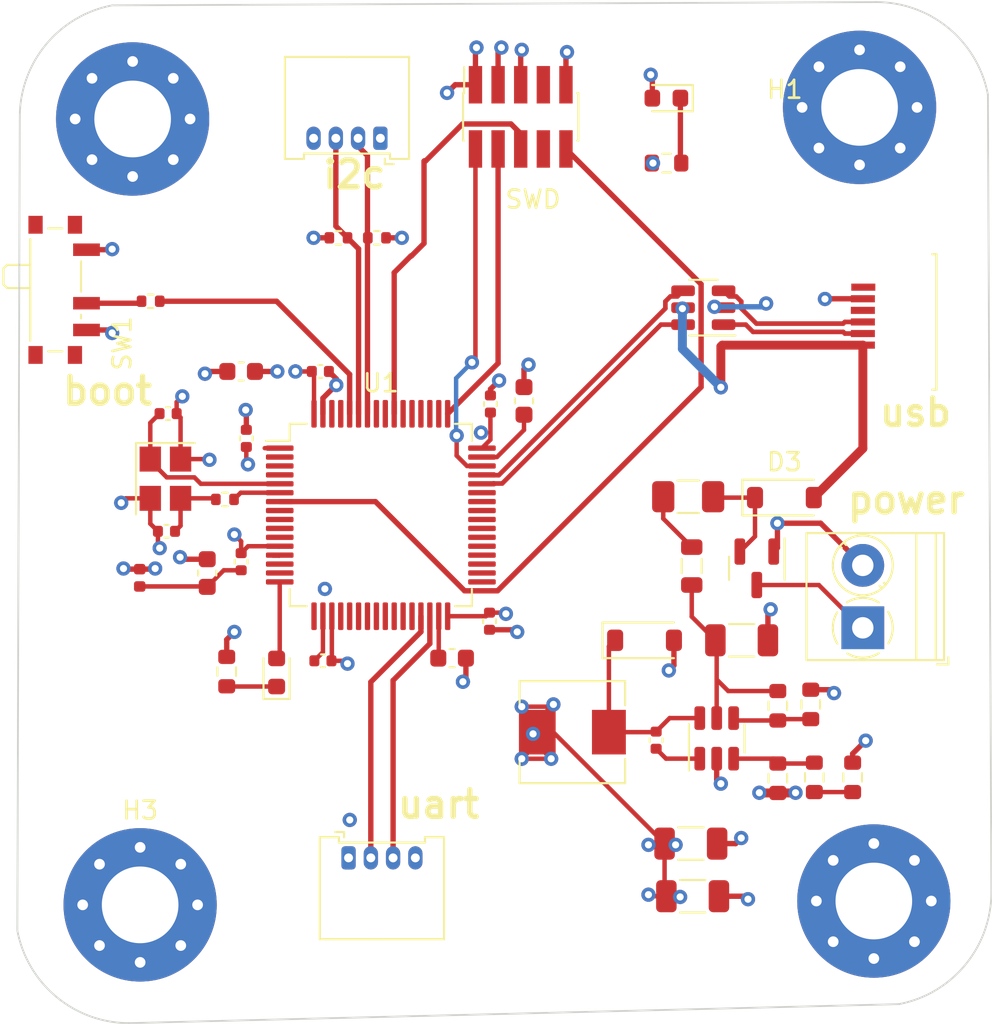
<source format=kicad_pcb>
(kicad_pcb (version 20221018) (generator pcbnew)
  (layers (0 "F.Cu" signal) (1 "In1.Cu" power) (2 "In2.Cu" power) (31 "B.Cu" signal) (34 "B.Paste" user) (35 "F.Paste" user) (36 "B.SilkS" user "B.Silkscreen") (37 "F.SilkS" user "F.Silkscreen") (38 "B.Mask" user) (39 "F.Mask" user) (44 "Edge.Cuts" user))
  (net 0 "")
  (net 1 "Net-(U1-VCAP_2)")
  (net 2 "GND")
  (net 3 "Net-(U1-VCAP_1)")
  (net 4 "+3.3V")
  (net 5 "Net-(C10-Pad1)")
  (net 6 "HSE_IN")
  (net 7 "Net-(C12-Pad1)")
  (net 8 "BUCK_IN")
  (net 9 "BUCK_SW")
  (net 10 "BUCK_BST")
  (net 11 "Net-(D1-K)")
  (net 12 "LED_STATUS")
  (net 13 "Net-(D3-K)")
  (net 14 "+5V")
  (net 15 "Net-(D4-K)")
  (net 16 "+12V")
  (net 17 "SWDIO")
  (net 18 "SWCLK")
  (net 19 "SWO")
  (net 22 "NRST")
  (net 23 "USART3_TX")
  (net 24 "USART3_RX")
  (net 25 "I2C1_SCL")
  (net 26 "I2C1_SDA")
  (net 27 "USB_CONN_D-")
  (net 28 "USB_CONN_D+")
  (net 30 "HSE_OUT")
  (net 31 "Net-(SW1-B)")
  (net 32 "BOOT0")
  (net 33 "BUCK_EN")
  (net 34 "BUCK_FB")
  (net 35 "Net-(R7-Pad1)")
  (net 43 "+3.3VA")
  (net 67 "USB_D-")
  (net 68 "USB_D+")
  (net 79 "Net-(F1-Pad1)")
  (footprint "Connector_Molex:Molex_PicoBlade_53048-0410_1x04_P1.25mm_Horizontal" (layer "F.Cu") (at 93.6575 116.682)
    (fp_text reference "J3")
    (fp_text value "Conn_01x04" hide)
  )
  (footprint "Capacitor_SMD:C_0402_1005Metric" (layer "F.Cu") (at 92.22 105.632 180)
    (fp_text reference "C5" hide)
    (fp_text value "100n" hide)
  )
  (footprint "Capacitor_SMD:C_0402_1005Metric" (layer "F.Cu") (at 110.92 110.082 -90)
    (fp_text reference "C16")
    (fp_text value "10n" hide)
  )
  (footprint "Resistor_SMD:R_0402_1005Metric" (layer "F.Cu") (at 86.72 96.582)
    (fp_text reference "R1" hide)
    (fp_text value "47" hide)
  )
  (footprint "Resistor_SMD:R_0603_1608Metric" (layer "F.Cu") (at 117.75 112.217 -90)
    (fp_text reference "R6" hide)
    (fp_text value "47k" hide)
  )
  (footprint "Button_Switch_SMD:SW_SPDT_PCM12" (layer "F.Cu") (at 77.52 84.832 -90)
    (fp_text reference "SW1")
    (fp_text value "SW_SPDT" hide)
  )
  (footprint "TerminalBlock_Phoenix:TerminalBlock_Phoenix_PT-1,5-2-3.5-H_1x02_P3.50mm_Horizontal" (layer "F.Cu") (at 122.52 103.782 90)
    (fp_text reference "J2")
    (fp_text value "Screw_Terminal_01x02" hide)
  )
  (footprint "MountingHole:MountingHole_4.3mm_M4_Pad_Via" (layer "F.Cu") (at 122.339581 74.601581)
    (fp_text reference "H1")
    (fp_text value "MountingHole_Pad" hide)
  )
  (footprint "Resistor_SMD:R_0603_1608Metric" (layer "F.Cu") (at 111.506 77.724)
    (fp_text reference "R9" hide)
    (fp_text value "1k" hide)
  )
  (footprint "Capacitor_SMD:C_0402_1005Metric" (layer "F.Cu") (at 101.62 91.232 90)
    (fp_text reference "C7" hide)
    (fp_text value "100n" hide)
  )
  (footprint "Package_TO_SOT_SMD:SOT-23-6" (layer "F.Cu") (at 113.57 85.832 180)
    (fp_text reference "U3")
    (fp_text value "USBLC6-2SC6" hide)
  )
  (footprint "Diode_SMD:D_SOD-123" (layer "F.Cu") (at 110.27 104.482)
    (fp_text reference "D2")
    (fp_text value "B5819W" hide)
  )
  (footprint "Capacitor_SMD:C_0603_1608Metric" (layer "F.Cu") (at 99.47 105.482)
    (fp_text reference "C2" hide)
    (fp_text value "2u2" hide)
  )
  (footprint "Capacitor_SMD:C_0603_1608Metric" (layer "F.Cu") (at 87.63 89.408 180)
    (fp_text reference "C3" hide)
    (fp_text value "4u7" hide)
  )
  (footprint "Resistor_SMD:R_0402_1005Metric" (layer "F.Cu") (at 93.091 81.915 180)
    (fp_text reference "R11" hide)
    (fp_text value "2k2" hide)
  )
  (footprint "Package_TO_SOT_SMD:SOT-23" (layer "F.Cu") (at 116.57 100.4445 -90)
    (fp_text reference "Q1" hide)
    (fp_text value "AO3401A" hide)
  )
  (footprint "Resistor_SMD:R_0603_1608Metric" (layer "F.Cu") (at 86.82 106.2365 -90)
    (fp_text reference "R3" hide)
    (fp_text value "1k5" hide)
  )
  (footprint "Resistor_SMD:R_0402_1005Metric" (layer "F.Cu") (at 95.25 81.915)
    (fp_text reference "R10" hide)
    (fp_text value "2k2" hide)
  )
  (footprint "Capacitor_SMD:C_0402_1005Metric" (layer "F.Cu") (at 92.075 89.408)
    (fp_text reference "C8" hide)
    (fp_text value "100n" hide)
  )
  (footprint "LED_SMD:LED_0603_1608Metric" (layer "F.Cu") (at 89.62 106.2865 90)
    (fp_text reference "D1" hide)
    (fp_text value "BLUE" hide)
  )
  (footprint "stm:AMPHENOL_10118193-0001LF" (layer "F.Cu") (at 125.1995 86.632 90)
    (fp_text reference "J5")
    (fp_text value "USB_B_Micro" hide)
  )
  (footprint "MountingHole:MountingHole_4.3mm_M4_Pad_Via" (layer "F.Cu") (at 81.9606 119.3168)
    (fp_text reference "H3")
    (fp_text value "MountingHole_Pad" hide)
  )
  (footprint "LED_SMD:LED_0603_1608Metric" (layer "F.Cu") (at 111.495 74.082 180)
    (fp_text reference "D4" hide)
    (fp_text value "RED" hide)
  )
  (footprint "Resistor_SMD:R_0603_1608Metric" (layer "F.Cu") (at 117.75 108.153 90)
    (fp_text reference "R4" hide)
    (fp_text value "100K" hide)
  )
  (footprint "Connector_PinSocket_1.27mm:PinSocket_2x05_P1.27mm_Vertical_SMD" (layer "F.Cu") (at 103.32 75.132 90)
    (fp_text reference "J1" hide)
    (fp_text value "SWD")
  )
  (footprint "Package_TO_SOT_SMD:SOT-23-6" (layer "F.Cu") (at 114.32 109.982 90)
    (fp_text reference "U2")
    (fp_text value "~")
  )
  (footprint "Package_QFP:LQFP-64_10x10mm_P0.5mm" (layer "F.Cu") (at 95.47 97.457)
    (fp_text reference "U1")
    (fp_text value "STM32F405RGT6" hide)
  )
  (footprint "Capacitor_SMD:C_0402_1005Metric" (layer "F.Cu") (at 87.92 93.162 90)
    (fp_text reference "C4")
    (fp_text value "100n" hide)
  )
  (footprint "Crystal:Crystal_SMD_3225-4Pin_3.2x2.5mm" (layer "F.Cu") (at 83.38 95.422 -90)
    (fp_text reference "Y1" hide)
    (fp_text value "16MHz" hide)
  )
  (footprint "Inductor_SMD:L_0805_2012Metric" (layer "F.Cu") (at 112.92 100.3195 90)
    (fp_text reference "FB1" hide)
    (fp_text value "600 @ 600MHz" hide)
  )
  (footprint "MountingHole:MountingHole_4.3mm_M4_Pad_Via" (layer "F.Cu") (at 81.539581 75.251581)
    (fp_text reference "H4")
    (fp_text value "MountingHole_Pad" hide)
  )
  (footprint "Capacitor_SMD:C_0603_1608Metric" (layer "F.Cu") (at 85.725 100.711 90)
    (fp_text reference "C10" hide)
    (fp_text value "10n" hide)
  )
  (footprint "Inductor_SMD:L_Sunlord_MWSA0518S" (layer "F.Cu") (at 106.22 109.632 180)
    (fp_text reference "L2" hide)
    (fp_text value "10U" hide)
  )
  (footprint "Capacitor_SMD:C_0402_1005Metric" (layer "F.Cu") (at 83.439 98.372 180)
    (fp_text reference "C12" hide)
    (fp_text value "12p" hide)
  )
  (footprint "Fuse:Fuse_1206_3216Metric" (layer "F.Cu") (at 112.72 96.432)
    (fp_text reference "F1")
    (fp_text value "250mA" hide)
  )
  (footprint "Resistor_SMD:R_0603_1608Metric" (layer "F.Cu") (at 121.95 112.167 -90)
    (fp_text reference "R8" hide)
    (fp_text value "270" hide)
  )
  (footprint "Capacitor_SMD:C_1206_3216Metric" (layer "F.Cu") (at 112.87 115.882)
    (fp_text reference "C14" hide)
    (fp_text value "10u" hide)
  )
  (footprint "Capacitor_SMD:C_1206_3216Metric" (layer "F.Cu") (at 112.97 118.832)
    (fp_text reference "C15" hide)
    (fp_text value "10u" hide)
  )
  (footprint "Capacitor_SMD:C_0603_1608Metric" (layer "F.Cu") (at 103.505 91.059 90)
    (fp_text reference "C1" hide)
    (fp_text value "2u2" hide)
  )
  (footprint "Capacitor_SMD:C_0402_1005Metric" (layer "F.Cu") (at 87.63 100.076 90)
    (fp_text reference "C9" hide)
    (fp_text value "1u" hide)
  )
  (footprint "Diode_SMD:D_SOD-123" (layer "F.Cu") (at 118.12 96.482)
    (fp_text reference "D3")
    (fp_text value "B5819W" hide)
  )
  (footprint "Capacitor_SMD:C_0402_1005Metric" (layer "F.Cu") (at 83.53 91.772)
    (fp_text reference "C11" hide)
    (fp_text value "12p" hide)
  )
  (footprint "Inductor_SMD:L_0402_1005Metric" (layer "F.Cu") (at 81.936 100.978 -90)
    (fp_text reference "L1" hide)
    (fp_text value "39n" hide)
  )
  (footprint "Capacitor_SMD:C_0402_1005Metric" (layer "F.Cu") (at 101.57 103.412 -90)
    (fp_text reference "C6" hide)
    (fp_text value "100n" hide)
  )
  (footprint "Capacitor_SMD:C_1206_3216Metric" (layer "F.Cu") (at 115.72 104.482)
    (fp_text reference "C13" hide)
    (fp_text value "100n" hide)
  )
  (footprint "Resistor_SMD:R_0603_1608Metric" (layer "F.Cu") (at 119.8 112.167 90)
    (fp_text reference "R7" hide)
    (fp_text value "15k" hide)
  )
  (footprint "Connector_Molex:Molex_PicoBlade_53048-0410_1x04_P1.25mm_Horizontal" (layer "F.Cu") (at 95.445 76.332 180)
    (fp_text reference "J4" hide)
    (fp_text value "Conn_01x04" hide)
  )
  (footprint "Resistor_SMD:R_0603_1608Metric" (layer "F.Cu") (at 119.6 108.078 -90)
    (fp_text reference "R5" hide)
    (fp_text value "68K" hide)
  )
  (footprint "MountingHole:MountingHole_4.3mm_M4_Pad_Via" (layer "F.Cu") (at 123.139581 119.101581)
    (fp_text reference "H2")
    (fp_text value "MountingHole_Pad" hide)
  )
  (footprint "Resistor_SMD:R_0402_1005Metric" (layer "F.Cu") (at 82.55 85.471)
    (fp_text reference "R2" hide)
    (fp_text value "10K" hide)
  )
  (gr_arc (start 123.27 68.696708) (mid 127.340926 70.1627) (end 129.542574 73.887525) (stroke (width 0.1)) (layer "Edge.Cuts"))
  (gr_arc (start 81.340926 125.947992) (mid 77.269986 124.48201) (end 75.068352 120.757175) (stroke (width 0.1)) (layer "Edge.Cuts"))
  (gr_line (start 124.545175 124.883648) (end 81.340926 125.947992) (stroke (width 0.1)) (layer "Edge.Cuts"))
  (gr_line (start 80.394825 68.880352) (end 123.27 68.696708) (stroke (width 0.1)) (layer "Edge.Cuts"))
  (gr_arc (start 129.735992 118.611074) (mid 128.27001 122.682014) (end 124.545175 124.883648) (stroke (width 0.1)) (layer "Edge.Cuts"))
  (gr_arc (start 75.204008 75.152926) (mid 76.670001 71.082002) (end 80.394825 68.880352) (stroke (width 0.1)) (layer "Edge.Cuts"))
  (gr_line (start 75.204008 75.152926) (end 75.068352 120.757175) (stroke (width 0.1)) (layer "Edge.Cuts"))
  (gr_line (start 129.542574 73.887525) (end 129.735992 118.611074) (stroke (width 0.1)) (layer "Edge.Cuts"))
  (gr_text "power" (at 121.52 97.482) (layer "F.SilkS") (effects (font (size 1.5 1.5) (thickness 0.3) bold) (justify left bottom)))
  (gr_text "i2c\n" (at 92.075 79.248) (layer "F.SilkS") (effects (font (size 1.5 1.5) (thickness 0.3) bold) (justify left bottom)))
  (gr_text "usb" (at 123.317 92.583) (layer "F.SilkS") (effects (font (size 1.5 1.5) (thickness 0.3) bold) (justify left bottom)))
  (gr_text "boot" (at 77.47 91.382) (layer "F.SilkS") (effects (font (size 1.5 1.5) (thickness 0.3) bold) (justify left bottom)))
  (gr_text "uart\n" (at 96.266 114.554) (layer "F.SilkS") (effects (font (size 1.5 1.5) (thickness 0.3) bold) (justify left bottom)))
  (segment (start 103.505 92.687685) (end 103.505 91.834) (width 0.25) (layer "F.Cu") (net 1))
  (segment (start 101.985685 94.207) (end 103.505 92.687685) (width 0.25) (layer "F.Cu") (net 1))
  (segment (start 101.145 94.207) (end 101.985685 94.207) (width 0.25) (layer "F.Cu") (net 1))
  (segment (start 120.715 107.253) (end 120.904 107.442) (width 0.3) (layer "F.Cu") (net 2))
  (segment (start 87.92 91.603) (end 87.884 91.567) (width 0.3) (layer "F.Cu") (net 2))
  (segment (start 103.505 89.281) (end 103.759 89.027) (width 0.3) (layer "F.Cu") (net 2))
  (segment (start 101.62 90.404) (end 102.108 89.916) (width 0.3) (layer "F.Cu") (net 2))
  (segment (start 82.53 96.522) (end 82.53 97.943) (width 0.25) (layer "F.Cu") (net 2))
  (segment (start 111.92 104.482) (end 111.92 105.885) (width 0.3) (layer "F.Cu") (net 2))
  (segment (start 114.445 118.832) (end 115.911 118.832) (width 0.3) (layer "F.Cu") (net 2))
  (segment (start 117.729 97.917) (end 117.729 99.298) (width 0.3) (layer "F.Cu") (net 2))
  (segment (start 101.57 103.892) (end 103.003 103.892) (width 0.3) (layer "F.Cu") (net 2))
  (segment (start 82.959 98.372) (end 82.959 99.215) (width 0.25) (layer "F.Cu") (net 2))
  (segment (start 119.6 107.253) (end 120.715 107.253) (width 0.3) (layer "F.Cu") (net 2))
  (segment (start 86.855 89.408) (end 85.725 89.408) (width 0.3) (layer "F.Cu") (net 2))
  (segment (start 103.32 71.432) (end 103.378 71.374) (width 0.3) (layer "F.Cu") (net 2))
  (segment (start 84.01 91.123) (end 84.328 90.805) (width 0.25) (layer "F.Cu") (net 2))
  (segment (start 84.01 91.772) (end 84.01 91.123) (width 0.25) (layer "F.Cu") (net 2))
  (segment (start 86.82 105.4115) (end 86.82 104.442) (width 0.3) (layer "F.Cu") (net 2))
  (segment (start 105.86 73.332) (end 105.86 71.559) (width 0.3) (layer "F.Cu") (net 2))
  (segment (start 85.813 94.322) (end 85.852 94.361) (width 0.25) (layer "F.Cu") (net 2))
  (segment (start 88.019 99.207) (end 87.63 99.596) (width 0.25) (layer "F.Cu") (net 2))
  (segment (start 101.62 90.752) (end 101.62 90.404) (width 0.3) (layer "F.Cu") (net 2))
  (segment (start 103.32 73.332) (end 103.32 71.432) (width 0.3) (layer "F.Cu") (net 2))
  (segment (start 117.195 102.896) (end 117.348 102.743) (width 0.3) (layer "F.Cu") (net 2))
  (segment (start 120.155 97.917) (end 117.729 97.917) (width 0.3) (layer "F.Cu") (net 2))
  (segment (start 89.795 99.207) (end 88.019 99.207) (width 0.25) (layer "F.Cu") (net 2))
  (segment (start 117.195 104.482) (end 117.195 102.896) (width 0.3) (layer "F.Cu") (net 2))
  (segment (start 100.245 105.482) (end 100.245 106.638) (width 0.3) (layer "F.Cu") (net 2))
  (segment (start 92.22 90.905959) (end 92.22 91.782) (width 0.3) (layer "F.Cu") (net 2))
  (segment (start 85.725 99.936) (end 84.315 99.936) (width 0.3) (layer "F.Cu") (net 2))
  (segment (start 85.725 89.408) (end 85.598 89.535) (width 0.3) (layer "F.Cu") (net 2))
  (segment (start 114.7075 85.832) (end 114.245 85.832) (width 0.3) (layer "F.Cu") (net 2))
  (segment (start 82.53 97.943) (end 82.959 98.372) (width 0.25) (layer "F.Cu") (net 2))
  (segment (start 81.151 96.522) (end 80.899 96.774) (width 0.25) (layer "F.Cu") (net 2))
  (segment (start 114.245 85.832) (end 114.1945 85.7815) (width 0.3) (layer "F.Cu") (net 2))
  (segment (start 103.505 90.284) (end 103.505 89.281) (width 0.3) (layer "F.Cu") (net 2))
  (segment (start 87.63 99.596) (end 87.63 98.933) (width 0.25) (layer "F.Cu") (net 2))
  (segment (start 89.795 99.207) (end 89.77 99.232) (width 0.25) (layer "F.Cu") (net 2))
  (segment (start 92.22 103.132) (end 92.22 105.144391) (width 0.25) (layer "F.Cu") (net 2))
  (segment (start 117.729 99.298) (end 117.52 99.507) (width 0.3) (layer "F.Cu") (net 2))
  (segment (start 87.92 92.682) (end 87.92 91.603) (width 0.3) (layer "F.Cu") (net 2))
  (segment (start 84.23 91.992) (end 84.01 91.772) (width 0.25) (layer "F.Cu") (net 2))
  (segment (start 120.408 85.332) (end 120.396 85.344) (width 0.3) (layer "F.Cu") (net 2))
  (segment (start 92.22 105.144391) (end 91.74 105.624391) (width 0.25) (layer "F.Cu") (net 2))
  (segment (start 102.05 71.432) (end 102.235 71.247) (width 0.3) (layer "F.Cu") (net 2))
  (segment (start 87.63 98.933) (end 87.249 98.552) (width 0.25) (layer "F.Cu") (net 2))
  (segment (start 121.95 110.841) (end 122.682 110.109) (width 0.3) (layer "F.Cu") (net 2))
  (segment (start 82.53 96.522) (end 81.151 96.522) (width 0.25) (layer "F.Cu") (net 2))
  (segment (start 86.82 104.442) (end 87.249 104.013) (width 0.3) (layer "F.Cu") (net 2))
  (segment (start 102.05 73.332) (end 102.05 71.432) (width 0.3) (layer "F.Cu") (net 2))
  (segment (start 122.52 100.282) (end 120.155 97.917) (width 0.3) (layer "F.Cu") (net 2))
  (segment (start 92.9705 90.17) (end 92.955959 90.17) (width 0.3) (layer "F.Cu") (net 2))
  (segment (start 121.95 111.342) (end 121.95 110.841) (width 0.3) (layer "F.Cu") (net 2))
  (segment (start 92.955959 90.17) (end 92.22 90.905959) (width 0.3) (layer "F.Cu") (net 2))
  (segment (start 84.23 94.322) (end 85.813 94.322) (width 0.25) (layer "F.Cu") (net 2))
  (segment (start 120.942398 119.101581) (end 123.139581 119.101581) (width 0.3) (layer "F.Cu") (net 2))
  (segment (start 84.315 99.936) (end 84.201 99.822) (width 0.3) (layer "F.Cu") (net 2))
  (segment (start 92.9705 90.17) (end 92.9705 89.8235) (width 0.3) (layer "F.Cu") (net 2))
  (segment (start 92.9705 89.8235) (end 92.555 89.408) (width 0.3) (layer "F.Cu") (net 2))
  (segment (start 115.911 118.832) (end 116.078 118.999) (width 0.3) (layer "F.Cu") (net 2))
  (segment (start 122.5245 85.332) (end 120.408 85.332) (width 0.3) (layer "F.Cu") (net 2))
  (segment (start 105.86 71.559) (end 105.918 71.501) (width 0.3) (layer "F.Cu") (net 2))
  (segment (start 80.224 87.082) (end 80.391 87.249) (width 0.3) (layer "F.Cu") (net 2))
  (segment (start 78.95 87.082) (end 80.224 87.082) (width 0.3) (layer "F.Cu") (net 2))
  (segment (start 91.74 105.624391) (end 91.74 105.632) (width 0.25) (layer "F.Cu") (net 2))
  (segment (start 100.245 106.638) (end 100.076 106.807) (width 0.3) (layer "F.Cu") (net 2))
  (segment (start 82.959 99.215) (end 83.058 99.314) (width 0.25) (layer "F.Cu") (net 2))
  (segment (start 103.003 103.892) (end 103.124 104.013) (width 0.3) (layer "F.Cu") (net 2))
  (segment (start 84.23 94.322) (end 84.23 91.992) (width 0.25) (layer "F.Cu") (net 2))
  (segment (start 111.92 105.885) (end 111.633 106.172) (width 0.3) (layer "F.Cu") (net 2))
  (segment (start 115.385 115.882) (end 115.697 115.57) (width 0.3) (layer "F.Cu") (net 2))
  (segment (start 114.32 112.288) (end 114.554 112.522) (width 0.3) (layer "F.Cu") (net 2))
  (segment (start 114.32 111.1195) (end 114.32 112.288) (width 0.3) (layer "F.Cu") (net 2))
  (segment (start 114.345 115.882) (end 115.385 115.882) (width 0.3) (layer "F.Cu") (net 2))
  (segment (start 89.77 99.232) (end 89.662 99.232) (width 0.25) (layer "F.Cu") (net 2))
  (via (at 117.348 102.743) (size 0.8) (drill 0.4) (layers "F.Cu" "B.Cu") (net 2))
  (via (at 84.201 99.822) (size 0.8) (drill 0.4) (layers "F.Cu" "B.Cu") (net 2))
  (via (at 83.058 99.314) (size 0.8) (drill 0.4) (layers "F.Cu" "B.Cu") (net 2))
  (via (at 102.108 89.916) (size 0.8) (drill 0.4) (layers "F.Cu" "B.Cu") (net 2))
  (via (at 117.729 97.917) (size 0.8) (drill 0.4) (layers "F.Cu" "B.Cu") (net 2))
  (via (at 116.078 118.999) (size 0.8) (drill 0.4) (layers "F.Cu" "B.Cu") (net 2))
  (via (at 114.554 112.522) (size 0.8) (drill 0.4) (layers "F.Cu" "B.Cu") (net 2))
  (via (at 85.852 94.361) (size 0.8) (drill 0.4) (layers "F.Cu" "B.Cu") (net 2))
  (via (at 84.328 90.805) (size 0.8) (drill 0.4) (layers "F.Cu" "B.Cu") (net 2))
  (via (at 85.598 89.535) (size 0.8) (drill 0.4) (layers "F.Cu" "B.Cu") (net 2))
  (via (at 120.396 85.344) (size 0.8) (drill 0.4) (layers "F.Cu" "B.Cu") (net 2))
  (via (at 120.904 107.442) (size 0.8) (drill 0.4) (layers "F.Cu" "B.Cu") (net 2))
  (via (at 92.329 101.6) (size 0.8) (drill 0.4) (layers "F.Cu" "B.Cu") (net 2))
  (via (at 103.378 71.374) (size 0.8) (drill 0.4) (layers "F.Cu" "B.Cu") (net 2))
  (via (at 100.076 106.807) (size 0.8) (drill 0.4) (layers "F.Cu" "B.Cu") (net 2))
  (via (at 80.391 87.249) (size 0.8) (drill 0.4) (layers "F.Cu" "B.Cu") (net 2))
  (via (at 80.899 96.774) (size 0.8) (drill 0.4) (layers "F.Cu" "B.Cu") (net 2))
  (via (at 102.235 71.247) (size 0.8) (drill 0.4) (layers "F.Cu" "B.Cu") (net 2))
  (via (at 87.249 98.552) (size 0.8) (drill 0.4) (layers "F.Cu" "B.Cu") (net 2))
  (via (at 105.918 71.501) (size 0.8) (drill 0.4) (layers "F.Cu" "B.Cu") (net 2))
  (via (at 115.697 115.57) (size 0.8) (drill 0.4) (layers "F.Cu" "B.Cu") (net 2))
  (via (at 87.884 91.567) (size 0.8) (drill 0.4) (layers "F.Cu" "B.Cu") (net 2))
  (via (at 110.744 77.724) (size 0.8) (drill 0.4) (layers "F.Cu" "B.Cu") (net 2))
  (via (at 87.249 104.013) (size 0.8) (drill 0.4) (layers "F.Cu" "B.Cu") (net 2))
  (via (at 114.1945 85.7815) (size 0.8) (drill 0.4) (layers "F.Cu" "B.Cu") (net 2))
  (via (at 122.682 110.109) (size 0.8) (drill 0.4) (layers "F.Cu" "B.Cu") (net 2))
  (via (at 117.094 85.598) (size 0.8) (drill 0.4) (layers "F.Cu" "B.Cu") (net 2))
  (via (at 92.9705 90.17) (size 0.8) (drill 0.4) (layers "F.Cu" "B.Cu") (net 2))
  (via (at 103.124 104.013) (size 0.8) (drill 0.4) (layers "F.Cu" "B.Cu") (net 2))
  (via (at 103.759 89.027) (size 0.8) (drill 0.4) (layers "F.Cu" "B.Cu") (net 2))
  (via (at 111.633 106.172) (size 0.8) (drill 0.4) (layers "F.Cu" "B.Cu") (net 2))
  (segment (start 116.9105 85.7815) (end 117.094 85.598) (width 0.3) (layer "B.Cu") (net 2))
  (segment (start 114.1945 85.7815) (end 116.9105 85.7815) (width 0.3) (layer "B.Cu") (net 2))
  (segment (start 98.72 105.457) (end 98.695 105.482) (width 0.25) (layer "F.Cu") (net 3))
  (segment (start 98.72 103.132) (end 98.72 105.457) (width 0.25) (layer "F.Cu") (net 3))
  (segment (start 111.395 115.882) (end 110.559 115.882) (width 0.25) (layer "F.Cu") (net 4))
  (segment (start 87.92 93.642) (end 87.92 94.524) (width 0.25) (layer "F.Cu") (net 4))
  (segment (start 88.954315 93.707) (end 89.795 93.707) (width 0.25) (layer "F.Cu") (net 4))
  (segment (start 104.17 109.632) (end 104.17 110.333) (width 0.25) (layer "F.Cu") (net 4))
  (segment (start 102.424 102.932) (end 102.489 102.997) (width 0.25) (layer "F.Cu") (net 4))
  (segment (start 87.92 94.524) (end 88.011 94.615) (width 0.25) (layer "F.Cu") (net 4))
  (segment (start 88.011 94.615) (end 88.046315 94.615) (width 0.25) (layer "F.Cu") (net 4))
  (segment (start 91.595 89.408) (end 90.678 89.408) (width 0.25) (layer "F.Cu") (net 4))
  (segment (start 78.95 82.582) (end 80.359 82.582) (width 0.3) (layer "F.Cu") (net 4))
  (segment (start 93.44 105.632) (end 93.599 105.791) (width 0.25) (layer "F.Cu") (net 4))
  (segment (start 92.7 105.632) (end 93.44 105.632) (width 0.25) (layer "F.Cu") (net 4))
  (segment (start 81.936 100.493) (end 82.768 100.493) (width 0.3) (layer "F.Cu") (net 4))
  (segment (start 101.62 93.232) (end 101.145 93.707) (width 0.25) (layer "F.Cu") (net 4))
  (segment (start 80.359 82.582) (end 80.391 82.55) (width 0.3) (layer "F.Cu") (net 4))
  (segment (start 81.936 100.493) (end 81.062 100.493) (width 0.3) (layer "F.Cu") (net 4))
  (segment (start 104.17 109.632) (end 104.17 109.063) (width 0.25) (layer "F.Cu") (net 4))
  (segment (start 104.17 108.996) (end 103.378 108.204) (width 0.25) (layer "F.Cu") (net 4))
  (segment (start 104.013 109.728) (end 104.17 110.266) (width 0.25) (layer "F.Cu") (net 4))
  (segment (start 88.405 89.408) (end 89.662 89.408) (width 0.3) (layer "F.Cu") (net 4))
  (segment (start 116.725 113.042) (end 116.713 113.03) (width 0.5) (layer "F.Cu") (net 4))
  (segment (start 117.75 113.042) (end 116.725 113.042) (width 0.5) (layer "F.Cu") (net 4))
  (segment (start 100.78 73.332) (end 99.642 73.332) (width 0.3) (layer "F.Cu") (net 4))
  (segment (start 105.029 111.125) (end 103.378 111.125) (width 0.25) (layer "F.Cu") (net 4))
  (segment (start 101.57 102.932) (end 102.424 102.932) (width 0.25) (layer "F.Cu") (net 4))
  (segment (start 101.37 103.132) (end 101.57 102.932) (width 0.25) (layer "F.Cu") (net 4))
  (segment (start 91.72 91.782) (end 91.72 89.533) (width 0.25) (layer "F.Cu") (net 4))
  (segment (start 110.7075 72.8615) (end 110.617 72.771) (width 0.3) (layer "F.Cu") (net 4))
  (segment (start 92.72 105.612) (end 92.7 105.632) (width 0.25) (layer "F.Cu") (net 4))
  (segment (start 91.72 89.533) (end 91.595 89.408) (width 0.25) (layer "F.Cu") (net 4))
  (segment (start 81.062 100.493) (end 81.026 100.457) (width 0.3) (layer "F.Cu") (net 4))
  (segment (start 88.011 93.733) (end 87.92 93.642) (width 0.25) (layer "F.Cu") (net 4))
  (segment (start 105.156 110.998) (end 105.029 111.125) (width 0.25) (layer "F.Cu") (net 4))
  (segment (start 104.17 109.063) (end 105.156 108.077) (width 0.25) (layer "F.Cu") (net 4))
  (segment (start 110.559 115.882) (end 110.49 115.951) (width 0.25) (layer "F.Cu") (net 4))
  (segment (start 104.17 109.632) (end 104.17 108.996) (width 0.25) (layer "F.Cu") (net 4))
  (segment (start 117.75 113.042) (end 118.733 113.042) (width 0.5) (layer "F.Cu") (net 4))
  (segment (start 104.17 109.632) (end 104.013 109.728) (width 0.25) (layer "F.Cu") (net 4))
  (segment (start 99.22 103.132) (end 101.37 103.132) (width 0.25) (layer "F.Cu") (net 4))
  (segment (start 104.17 109.632) (end 105.145 109.632) (width 0.25) (layer "F.Cu") (net 4))
  (segment (start 111.395 118.732) (end 111.495 118.832) (width 0.25) (layer "F.Cu") (net 4))
  (segment (start 95.76 81.915) (end 96.647 81.915) (width 0.3) (layer "F.Cu") (net 4))
  (segment (start 100.78 73.332) (end 100.78 71.305) (width 0.3) (layer "F.Cu") (net 4))
  (segment (start 111.945 115.882) (end 112.014 115.951) (width 0.25) (layer "F.Cu") (net 4))
  (segment (start 111.495 118.832) (end 110.577 118.832) (width 0.25) (layer "F.Cu") (net 4))
  (segment (start 104.17 110.266) (end 105.029 111.125) (width 0.25) (layer "F.Cu") (net 4))
  (segment (start 111.395 115.882) (end 111.945 115.882) (width 0.25) (layer "F.Cu") (net 4))
  (segment (start 104.17 110.333) (end 103.378 111.125) (width 0.25) (layer "F.Cu") (net 4))
  (segment (start 82.768 100.493) (end 82.804 100.457) (width 0.3) (layer "F.Cu") (net 4))
  (segment (start 111.395 115.882) (end 111.395 118.732) (width 0.25) (layer "F.Cu") (net 4))
  (segment (start 100.78 71.305) (end 100.838 71.247) (width 0.3) (layer "F.Cu") (net 4))
  (segment (start 103.378 111.125) (end 103.378 108.204) (width 0.25) (layer "F.Cu") (net 4))
  (segment (start 99.642 73.332) (end 99.187 73.787) (width 0.3) (layer "F.Cu") (net 4))
  (segment (start 92.72 103.132) (end 92.72 105.612) (width 0.25) (layer "F.Cu") (net 4))
  (segment (start 105.145 109.632) (end 111.395 115.882) (width 0.25) (layer "F.Cu") (net 4))
  (segment (start 105.156 108.077) (end 105.156 110.998) (width 0.25) (layer "F.Cu") (net 4))
  (segment (start 105.029 108.204) (end 105.156 108.077) (width 0.25) (layer "F.Cu") (net 4))
  (segment (start 92.581 81.915) (end 91.694 81.915) (width 0.3) (layer "F.Cu") (net 4))
  (segment (start 112.228 118.832) (end 112.268 118.872) (width 0.25) (layer "F.Cu") (net 4))
  (segment (start 111.495 118.832) (end 112.228 118.832) (width 0.25) (layer "F.Cu") (net 4))
  (segment (start 101.62 91.712) (end 101.62 93.232) (width 0.25) (layer "F.Cu") (net 4))
  (segment (start 110.577 118.832) (end 110.49 118.745) (width 0.25) (layer "F.Cu") (net 4))
  (segment (start 118.733 113.042) (end 118.745 113.03) (width 0.5) (layer "F.Cu") (net 4))
  (segment (start 110.7075 74.082) (end 110.7075 72.8615) (width 0.3) (layer "F.Cu") (net 4))
  (segment (start 103.378 108.204) (end 105.029 108.204) (width 0.25) (layer "F.Cu") (net 4))
  (via (at 89.662 89.408) (size 0.8) (drill 0.4) (layers "F.Cu" "B.Cu") (net 4))
  (via (at 93.726 114.554) (size 0.8) (drill 0.4) (layers "F.Cu" "B.Cu") (net 4))
  (via (at 99.187 73.787) (size 0.8) (drill 0.4) (layers "F.Cu" "B.Cu") (net 4))
  (via (at 118.745 113.03) (size 0.8) (drill 0.4) (layers "F.Cu" "B.Cu") (net 4))
  (via (at 105.156 108.077) (size 0.8) (drill 0.4) (layers "F.Cu" "B.Cu") (net 4))
  (via (at 110.49 118.745) (size 0.8) (drill 0.4) (layers "F.Cu" "B.Cu") (net 4))
  (via (at 102.489 102.997) (size 0.8) (drill 0.4) (layers "F.Cu" "B.Cu") (net 4))
  (via (at 105.029 111.125) (size 0.8) (drill 0.4) (layers "F.Cu" "B.Cu") (net 4))
  (via (at 100.838 71.247) (size 0.8) (drill 0.4) (layers "F.Cu" "B.Cu") (net 4))
  (via (at 103.378 108.204) (size 0.8) (drill 0.4) (layers "F.Cu" "B.Cu") (net 4))
  (via (at 110.49 115.951) (size 0.8) (drill 0.4) (layers "F.Cu" "B.Cu") (net 4))
  (via (at 112.014 115.951) (size 0.8) (drill 0.4) (layers "F.Cu" "B.Cu") (net 4))
  (via (at 80.391 82.55) (size 0.8) (drill 0.4) (layers "F.Cu" "B.Cu") (net 4))
  (via (at 93.599 105.791) (size 0.8) (drill 0.4) (layers "F.Cu" "B.Cu") (net 4))
  (via (at 104.013 109.728) (size 0.8) (drill 0.4) (layers "F.Cu" "B.Cu") (net 4))
  (via (at 112.268 118.872) (size 0.8) (drill 0.4) (layers "F.Cu" "B.Cu") (net 4))
  (via (at 81.026 100.457) (size 0.8) (drill 0.4) (layers "F.Cu" "B.Cu") (net 4))
  (via (at 88.011 94.615) (size 0.8) (drill 0.4) (layers "F.Cu" "B.Cu") (net 4))
  (via (at 116.713 113.03) (size 0.8) (drill 0.4) (layers "F.Cu" "B.Cu") (net 4))
  (via (at 82.804 100.457) (size 0.8) (drill 0.4) (layers "F.Cu" "B.Cu") (net 4))
  (via (at 110.617 72.771) (size 0.8) (drill 0.4) (layers "F.Cu" "B.Cu") (net 4))
  (via (at 103.378 111.125) (size 0.8) (drill 0.4) (layers "F.Cu" "B.Cu") (net 4))
  (via (at 101.092 92.837) (size 0.8) (drill 0.4) (layers "F.Cu" "B.Cu") (net 4))
  (via (at 90.678 89.408) (size 0.8) (drill 0.4) (layers "F.Cu" "B.Cu") (net 4))
  (via (at 90.678 89.408) (size 0.8) (drill 0.4) (layers "F.Cu" "B.Cu") (net 4))
  (via (at 91.694 81.915) (size 0.8) (drill 0.4) (layers "F.Cu" "B.Cu") (net 4))
  (via (at 96.647 81.915) (size 0.8) (drill 0.4) (layers "F.Cu" "B.Cu") (net 4))
  (segment (start 105.029 108.204) (end 105.156 108.077) (width 0.25) (layer "B.Cu") (net 4))
  (segment (start 105.156 110.998) (end 105.029 111.125) (width 0.25) (layer "B.Cu") (net 4))
  (segment (start 87.63 100.556) (end 86.655 100.556) (width 0.25) (layer "F.Cu") (net 5))
  (segment (start 86.655 100.556) (end 85.725 101.486) (width 0.25) (layer "F.Cu") (net 5))
  (segment (start 85.702 101.463) (end 81.936 101.463) (width 0.25) (layer "F.Cu") (net 5))
  (segment (start 85.725 101.486) (end 85.702 101.463) (width 0.25) (layer "F.Cu") (net 5))
  (segment (start 89.795 95.707) (end 85.365 95.707) (width 0.25) (layer "F.Cu") (net 6))
  (segment (start 85.005 95.347) (end 83.455 95.347) (width 0.25) (layer "F.Cu") (net 6))
  (segment (start 83.455 95.347) (end 82.53 94.422) (width 0.25) (layer "F.Cu") (net 6))
  (segment (start 85.365 95.707) (end 85.005 95.347) (width 0.25) (layer "F.Cu") (net 6))
  (segment (start 82.53 94.322) (end 82.53 92.292) (width 0.25) (layer "F.Cu") (net 6))
  (segment (start 82.53 94.422) (end 82.53 94.322) (width 0.25) (layer "F.Cu") (net 6))
  (segment (start 82.53 92.292) (end 83.05 91.772) (width 0.25) (layer "F.Cu") (net 6))
  (segment (start 86.15 96.522) (end 86.21 96.582) (width 0.25) (layer "F.Cu") (net 7))
  (segment (start 84.23 96.522) (end 86.15 96.522) (width 0.25) (layer "F.Cu") (net 7))
  (segment (start 84.23 98.061) (end 83.919 98.372) (width 0.25) (layer "F.Cu") (net 7))
  (segment (start 84.23 96.522) (end 84.23 98.061) (width 0.25) (layer "F.Cu") (net 7))
  (segment (start 114.245 104.482) (end 112.92 103.157) (width 0.25) (layer "F.Cu") (net 8))
  (segment (start 114.32 106.68) (end 114.32 104.557) (width 0.25) (layer "F.Cu") (net 8))
  (segment (start 114.32 104.557) (end 114.245 104.482) (width 0.25) (layer "F.Cu") (net 8))
  (segment (start 117.75 107.328) (end 114.968 107.328) (width 0.25) (layer "F.Cu") (net 8))
  (segment (start 112.92 103.157) (end 112.92 101.382) (width 0.25) (layer "F.Cu") (net 8))
  (segment (start 114.968 107.328) (end 114.32 106.68) (width 0.25) (layer "F.Cu") (net 8))
  (segment (start 114.32 108.8445) (end 114.32 106.68) (width 0.25) (layer "F.Cu") (net 8))
  (segment (start 110.89 109.632) (end 108.27 109.632) (width 0.25) (layer "F.Cu") (net 9))
  (segment (start 108.27 104.832) (end 108.62 104.482) (width 0.25) (layer "F.Cu") (net 9))
  (segment (start 110.92 109.602) (end 110.89 109.632) (width 0.25) (layer "F.Cu") (net 9))
  (segment (start 111.6775 108.8445) (end 110.92 109.602) (width 0.25) (layer "F.Cu") (net 9))
  (segment (start 113.37 108.8445) (end 111.6775 108.8445) (width 0.25) (layer "F.Cu") (net 9))
  (segment (start 108.27 109.632) (end 108.27 104.832) (width 0.25) (layer "F.Cu") (net 9))
  (segment (start 111.4775 111.1195) (end 110.92 110.562) (width 0.25) (layer "F.Cu") (net 10))
  (segment (start 113.37 111.1195) (end 111.4775 111.1195) (width 0.25) (layer "F.Cu") (net 10))
  (segment (start 89.62 107.074) (end 86.8325 107.074) (width 0.25) (layer "F.Cu") (net 11))
  (segment (start 86.8325 107.074) (end 86.82 107.0615) (width 0.25) (layer "F.Cu") (net 11))
  (segment (start 89.795 101.207) (end 89.795 105.324) (width 0.25) (layer "F.Cu") (net 12))
  (segment (start 89.795 105.324) (end 89.62 105.499) (width 0.25) (layer "F.Cu") (net 12))
  (segment (start 116.47 96.482) (end 114.17 96.482) (width 0.25) (layer "F.Cu") (net 13))
  (segment (start 114.17 96.482) (end 114.12 96.432) (width 0.25) (layer "F.Cu") (net 13))
  (segment (start 116.47 98.657) (end 115.62 99.507) (width 0.25) (layer "F.Cu") (net 13))
  (segment (start 116.47 96.482) (end 116.47 98.657) (width 0.25) (layer "F.Cu") (net 13))
  (segment (start 114.633 87.932) (end 114.554 88.011) (width 0.5) (layer "F.Cu") (net 14))
  (segment (start 122.5245 93.7275) (end 122.5245 87.932) (width 0.5) (layer "F.Cu") (net 14))
  (segment (start 114.554 88.011) (end 114.554 90.297) (width 0.5) (layer "F.Cu") (net 14))
  (segment (start 119.77 96.482) (end 122.5245 93.7275) (width 0.5) (layer "F.Cu") (net 14))
  (segment (start 112.395 85.8825) (end 112.395 86.032) (width 0.5) (layer "F.Cu") (net 14))
  (segment (start 122.5245 87.932) (end 114.633 87.932) (width 0.5) (layer "F.Cu") (net 14))
  (via (at 114.554 90.297) (size 0.8) (drill 0.4) (layers "F.Cu" "B.Cu") (net 14))
  (via (at 112.395 85.8825) (size 0.8) (drill 0.4) (layers "F.Cu" "B.Cu") (net 14))
  (segment (start 114.554 90.297) (end 112.395 88.138) (width 0.5) (layer "B.Cu") (net 14))
  (segment (start 112.395 88.138) (end 112.395 85.8825) (width 0.5) (layer "B.Cu") (net 14))
  (segment (start 112.2825 74.082) (end 112.2825 77.6755) (width 0.3) (layer "F.Cu") (net 15))
  (segment (start 112.2825 77.6755) (end 112.331 77.724) (width 0.3) (layer "F.Cu") (net 15))
  (segment (start 120.051 101.382) (end 116.57 101.382) (width 0.25) (layer "F.Cu") (net 16))
  (segment (start 122.52 103.782) (end 122.451 103.782) (width 0.25) (layer "F.Cu") (net 16))
  (segment (start 122.451 103.782) (end 120.051 101.382) (width 0.25) (layer "F.Cu") (net 16))
  (segment (start 99.725745 93.001047) (end 99.725745 94.12843) (width 0.25) (layer "F.Cu") (net 17))
  (segment (start 100.304315 94.707) (end 101.145 94.707) (width 0.25) (layer "F.Cu") (net 17))
  (segment (start 100.78 88.704) (end 100.584 88.9) (width 0.25) (layer "F.Cu") (net 17))
  (segment (start 100.78 76.932) (end 100.78 88.704) (width 0.25) (layer "F.Cu") (net 17))
  (segment (start 99.725745 94.12843) (end 100.304315 94.707) (width 0.25) (layer "F.Cu") (net 17))
  (via (at 100.584 88.9) (size 0.8) (drill 0.4) (layers "F.Cu" "B.Cu") (net 17))
  (via (at 99.725745 93.001047) (size 0.8) (drill 0.4) (layers "F.Cu" "B.Cu") (net 17))
  (segment (start 100.584 88.9) (end 99.695 89.789) (width 0.25) (layer "B.Cu") (net 17))
  (segment (start 99.695 89.789) (end 99.695 92.970302) (width 0.25) (layer "B.Cu") (net 17))
  (segment (start 99.695 92.970302) (end 99.725745 93.001047) (width 0.25) (layer "B.Cu") (net 17))
  (segment (start 99.22 91.782) (end 102.05 88.952) (width 0.3) (layer "F.Cu") (net 18))
  (segment (start 102.05 88.952) (end 102.05 76.932) (width 0.3) (layer "F.Cu") (net 18))
  (segment (start 97.893459 77.620541) (end 97.893459 82.225661) (width 0.3) (layer "F.Cu") (net 19))
  (segment (start 97.99 77.597) (end 97.917 77.597) (width 0.3) (layer "F.Cu") (net 19))
  (segment (start 102.775 75.532) (end 100.055 75.532) (width 0.3) (layer "F.Cu") (net 19))
  (segment (start 103.32 76.932) (end 103.32 76.077) (width 0.3) (layer "F.Cu") (net 19))
  (segment (start 97.155 82.931) (end 96.22 83.866) (width 0.3) (layer "F.Cu") (net 19))
  (segment (start 103.32 76.077) (end 102.775 75.532) (width 0.3) (layer "F.Cu") (net 19))
  (segment (start 97.893459 82.225661) (end 97.18812 82.931) (width 0.3) (layer "F.Cu") (net 19))
  (segment (start 100.055 75.532) (end 97.99 77.597) (width 0.3) (layer "F.Cu") (net 19))
  (segment (start 96.22 83.866) (end 96.22 91.782) (width 0.3) (layer "F.Cu") (net 19))
  (segment (start 97.18812 82.931) (end 97.155 82.931) (width 0.3) (layer "F.Cu") (net 19))
  (segment (start 97.917 77.597) (end 97.893459 77.620541) (width 0.3) (layer "F.Cu") (net 19))
  (segment (start 113.445 90.283041) (end 113.445 84.517) (width 0.3) (layer "F.Cu") (net 22))
  (segment (start 100.17 101.707) (end 102.021041 101.707) (width 0.3) (layer "F.Cu") (net 22))
  (segment (start 102.021041 101.707) (end 113.445 90.283041) (width 0.3) (layer "F.Cu") (net 22))
  (segment (start 113.445 84.517) (end 105.86 76.932) (width 0.3) (layer "F.Cu") (net 22))
  (segment (start 89.795 96.707) (end 95.17 96.707) (width 0.3) (layer "F.Cu") (net 22))
  (segment (start 95.17 96.707) (end 100.17 101.707) (width 0.3) (layer "F.Cu") (net 22))
  (segment (start 94.9075 106.820541) (end 94.9075 116.682) (width 0.3) (layer "F.Cu") (net 23))
  (segment (start 97.72 103.132) (end 97.72 104.008041) (width 0.3) (layer "F.Cu") (net 23))
  (segment (start 97.72 104.008041) (end 94.9075 106.820541) (width 0.3) (layer "F.Cu") (net 23))
  (segment (start 96.1575 106.731327) (end 96.1575 116.682) (width 0.3) (layer "F.Cu") (net 24))
  (segment (start 98.22 104.668827) (end 96.1575 106.731327) (width 0.3) (layer "F.Cu") (net 24))
  (segment (start 98.22 103.132) (end 98.22 104.668827) (width 0.3) (layer "F.Cu") (net 24))
  (segment (start 94.195 76.332) (end 94.195 76.782) (width 0.3) (layer "F.Cu") (net 25))
  (segment (start 94.72 81.935) (end 94.74 81.915) (width 0.3) (layer "F.Cu") (net 25))
  (segment (start 94.195 76.782) (end 94.72 77.307) (width 0.3) (layer "F.Cu") (net 25))
  (segment (start 94.72 77.307) (end 94.72 82.296) (width 0.3) (layer "F.Cu") (net 25))
  (segment (start 94.72 91.782) (end 94.72 81.935) (width 0.3) (layer "F.Cu") (net 25))
  (segment (start 94.22 91.782) (end 94.22 82.534) (width 0.3) (layer "F.Cu") (net 26))
  (segment (start 92.945 81.259) (end 93.601 81.915) (width 0.3) (layer "F.Cu") (net 26))
  (segment (start 94.22 82.534) (end 93.601 81.915) (width 0.3) (layer "F.Cu") (net 26))
  (segment (start 92.945 76.332) (end 92.945 81.259) (width 0.3) (layer "F.Cu") (net 26))
  (segment (start 121.419155 87.189156) (end 116.358019 87.189156) (width 0.261112) (layer "F.Cu") (net 27))
  (segment (start 122.5245 87.282) (end 121.511999 87.282) (width 0.261112) (layer "F.Cu") (net 27))
  (segment (start 116.358019 87.189156) (end 115.950863 86.782) (width 0.261112) (layer "F.Cu") (net 27))
  (segment (start 121.511999 87.282) (end 121.419155 87.189156) (width 0.261112) (layer "F.Cu") (net 27))
  (segment (start 115.950863 86.782) (end 114.7075 86.782) (width 0.261112) (layer "F.Cu") (net 27))
  (segment (start 121.419155 86.724844) (end 116.550344 86.724844) (width 0.261112) (layer "F.Cu") (net 28))
  (segment (start 115.419053 85.201444) (end 115.026944 85.201444) (width 0.261112) (layer "F.Cu") (net 28))
  (segment (start 115.026944 85.201444) (end 114.7075 84.882) (width 0.261112) (layer "F.Cu") (net 28))
  (segment (start 121.511999 86.632) (end 121.419155 86.724844) (width 0.261112) (layer "F.Cu") (net 28))
  (segment (start 122.5245 86.632) (end 121.511999 86.632) (width 0.261112) (layer "F.Cu") (net 28))
  (segment (start 115.700556 85.482947) (end 115.419053 85.201444) (width 0.261112) (layer "F.Cu") (net 28))
  (segment (start 116.550344 86.724844) (end 115.700556 85.875056) (width 0.261112) (layer "F.Cu") (net 28))
  (segment (start 115.700556 85.875056) (end 115.700556 85.482947) (width 0.261112) (layer "F.Cu") (net 28))
  (segment (start 87.605 96.207) (end 87.23 96.582) (width 0.25) (layer "F.Cu") (net 30))
  (segment (start 89.795 96.207) (end 87.605 96.207) (width 0.25) (layer "F.Cu") (net 30))
  (segment (start 81.929 85.582) (end 78.95 85.582) (width 0.3) (layer "F.Cu") (net 31))
  (segment (start 82.04 85.471) (end 81.929 85.582) (width 0.3) (layer "F.Cu") (net 31))
  (segment (start 93.72 91.782) (end 93.72 89.570035) (width 0.3) (layer "F.Cu") (net 32))
  (segment (start 89.620965 85.471) (end 83.06 85.471) (width 0.3) (layer "F.Cu") (net 32))
  (segment (start 93.72 89.570035) (end 89.620965 85.471) (width 0.3) (layer "F.Cu") (net 32))
  (segment (start 115.4035 108.978) (end 115.27 108.8445) (width 0.25) (layer "F.Cu") (net 33))
  (segment (start 119.6 108.903) (end 117.825 108.903) (width 0.25) (layer "F.Cu") (net 33))
  (segment (start 117.75 108.978) (end 115.4035 108.978) (width 0.25) (layer "F.Cu") (net 33))
  (segment (start 117.825 108.903) (end 117.75 108.978) (width 0.25) (layer "F.Cu") (net 33))
  (segment (start 117.75 111.392) (end 119.75 111.392) (width 0.25) (layer "F.Cu") (net 34))
  (segment (start 117.4775 111.1195) (end 117.75 111.392) (width 0.25) (layer "F.Cu") (net 34))
  (segment (start 119.75 111.392) (end 119.8 111.342) (width 0.25) (layer "F.Cu") (net 34))
  (segment (start 115.27 111.1195) (end 117.4775 111.1195) (width 0.25) (layer "F.Cu") (net 34))
  (segment (start 119.8 112.992) (end 121.95 112.992) (width 0.25) (layer "F.Cu") (net 35))
  (segment (start 89.77 99.732) (end 89.408 99.732) (width 0.25) (layer "F.Cu") (net 43))
  (segment (start 89.77 99.732) (end 89.795 99.707) (width 0.25) (layer "F.Cu") (net 43))
  (segment (start 111.189137 86.782) (end 112.4325 86.782) (width 0.261112) (layer "F.Cu") (net 67))
  (segment (start 101.145 95.707) (end 101.77 95.707) (width 0.261112) (layer "F.Cu") (net 67))
  (segment (start 101.787844 95.689156) (end 102.281981 95.689156) (width 0.261112) (layer "F.Cu") (net 67))
  (segment (start 102.281981 95.689156) (end 111.189137 86.782) (width 0.261112) (layer "F.Cu") (net 67))
  (segment (start 101.77 95.707) (end 101.787844 95.689156) (width 0.261112) (layer "F.Cu") (net 67))
  (segment (start 111.439444 85.875056) (end 111.439444 85.482947) (width 0.261112) (layer "F.Cu") (net 68))
  (segment (start 112.113056 85.201444) (end 112.4325 84.882) (width 0.261112) (layer "F.Cu") (net 68))
  (segment (start 111.720947 85.201444) (end 112.113056 85.201444) (width 0.261112) (layer "F.Cu") (net 68))
  (segment (start 101.787844 95.224844) (end 102.089656 95.224844) (width 0.261112) (layer "F.Cu") (net 68))
  (segment (start 102.089656 95.224844) (end 111.439444 85.875056) (width 0.261112) (layer "F.Cu") (net 68))
  (segment (start 111.439444 85.482947) (end 111.720947 85.201444) (width 0.261112) (layer "F.Cu") (net 68))
  (segment (start 101.145 95.207) (end 101.77 95.207) (width 0.261112) (layer "F.Cu") (net 68))
  (segment (start 101.77 95.207) (end 101.787844 95.224844) (width 0.261112) (layer "F.Cu") (net 68))
  (segment (start 111.32 96.432) (end 111.32 97.657) (width 0.25) (layer "F.Cu") (net 79))
  (segment (start 111.32 97.657) (end 112.92 99.257) (width 0.25) (layer "F.Cu") (net 79))
)
</source>
